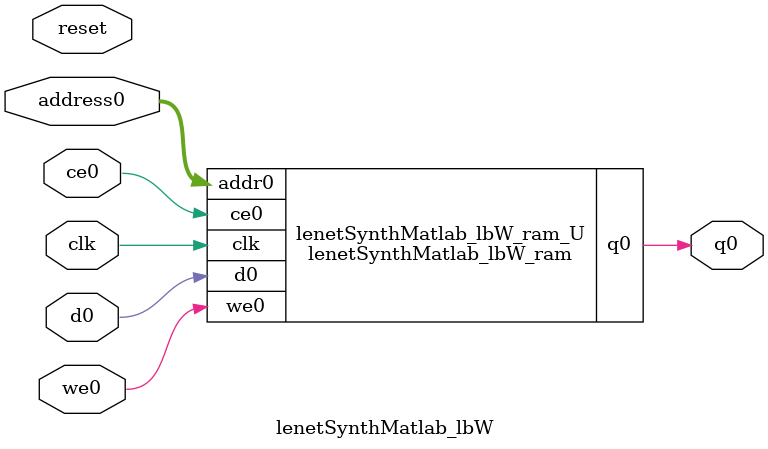
<source format=v>

`timescale 1 ns / 1 ps
module lenetSynthMatlab_lbW_ram (addr0, ce0, d0, we0, q0,  clk);

parameter DWIDTH = 1;
parameter AWIDTH = 5;
parameter MEM_SIZE = 25;

input[AWIDTH-1:0] addr0;
input ce0;
input[DWIDTH-1:0] d0;
input we0;
output reg[DWIDTH-1:0] q0;
input clk;

(* ram_style = "distributed" *)reg [DWIDTH-1:0] ram[0:MEM_SIZE-1];




always @(posedge clk)  
begin 
    if (ce0) 
    begin
        if (we0) 
        begin 
            ram[addr0] <= d0; 
            q0 <= d0;
        end 
        else 
            q0 <= ram[addr0];
    end
end


endmodule


`timescale 1 ns / 1 ps
module lenetSynthMatlab_lbW(
    reset,
    clk,
    address0,
    ce0,
    we0,
    d0,
    q0);

parameter DataWidth = 32'd1;
parameter AddressRange = 32'd25;
parameter AddressWidth = 32'd5;
input reset;
input clk;
input[AddressWidth - 1:0] address0;
input ce0;
input we0;
input[DataWidth - 1:0] d0;
output[DataWidth - 1:0] q0;



lenetSynthMatlab_lbW_ram lenetSynthMatlab_lbW_ram_U(
    .clk( clk ),
    .addr0( address0 ),
    .ce0( ce0 ),
    .we0( we0 ),
    .d0( d0 ),
    .q0( q0 ));

endmodule


</source>
